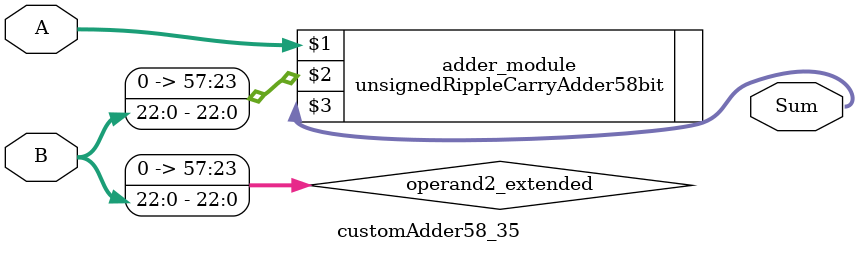
<source format=v>
module customAdder58_35(
                        input [57 : 0] A,
                        input [22 : 0] B,
                        
                        output [58 : 0] Sum
                );

        wire [57 : 0] operand2_extended;
        
        assign operand2_extended =  {35'b0, B};
        
        unsignedRippleCarryAdder58bit adder_module(
            A,
            operand2_extended,
            Sum
        );
        
        endmodule
        
</source>
